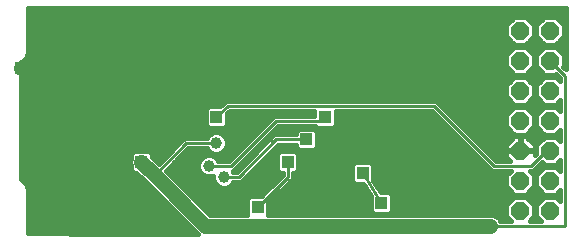
<source format=gbl>
G75*
G70*
%OFA0B0*%
%FSLAX24Y24*%
%IPPOS*%
%LPD*%
%AMOC8*
5,1,8,0,0,1.08239X$1,22.5*
%
%ADD10OC8,0.0600*%
%ADD11R,0.0396X0.0396*%
%ADD12C,0.0500*%
%ADD13C,0.0100*%
%ADD14C,0.0396*%
%ADD15C,0.0160*%
D10*
X021232Y001353D03*
X022232Y001353D03*
X022232Y002353D03*
X021232Y002353D03*
X021232Y003353D03*
X022232Y003353D03*
X022232Y004353D03*
X021232Y004353D03*
X021232Y005353D03*
X022232Y005353D03*
X022232Y006353D03*
X021232Y006353D03*
X021232Y007353D03*
X022232Y007353D03*
D11*
X014732Y004478D03*
X014107Y003728D03*
X013482Y002978D03*
X015982Y002603D03*
X016607Y001603D03*
X012482Y001478D03*
X009107Y001353D03*
X006482Y002853D03*
X008607Y002978D03*
X009357Y003728D03*
X011107Y004478D03*
X010857Y006728D03*
X004607Y006103D03*
D12*
X005232Y006103D01*
X005357Y006228D01*
X008607Y002978D02*
X009045Y002540D01*
X010732Y000853D01*
X011232Y000853D01*
X019982Y000853D01*
X020232Y000853D01*
D13*
X019982Y000853D02*
X022732Y000853D01*
X022732Y005853D01*
X022232Y006353D01*
X020357Y002853D02*
X018357Y004853D01*
X011482Y004853D01*
X011107Y004478D01*
X011607Y002853D02*
X013107Y004353D01*
X014607Y004353D01*
X014732Y004478D01*
X014107Y003728D02*
X013107Y003728D01*
X011857Y002478D01*
X011357Y002478D01*
X011607Y002853D02*
X010857Y002853D01*
X010107Y003603D02*
X009045Y002540D01*
X006607Y002853D02*
X006482Y002853D01*
X006482Y003728D01*
X009357Y003728D01*
X010107Y003603D02*
X011107Y003603D01*
X013482Y002978D02*
X013482Y002478D01*
X012482Y001478D01*
X011232Y000853D02*
X011107Y000978D01*
X015982Y002603D02*
X016607Y001603D01*
X020357Y002853D02*
X021607Y002853D01*
X022107Y003353D01*
X022232Y003353D01*
X010857Y006728D02*
X005232Y006728D01*
X004607Y006103D01*
D14*
X011107Y003603D03*
X010857Y002853D03*
X011357Y002478D03*
D15*
X004837Y002073D02*
X004837Y000601D01*
X007573Y000583D01*
X010479Y000583D01*
X010419Y000643D01*
X008731Y002331D01*
X008442Y002620D01*
X008343Y002620D01*
X008249Y002714D01*
X008249Y002876D01*
X008237Y002904D01*
X008237Y003051D01*
X008249Y003080D01*
X008249Y003242D01*
X008343Y003336D01*
X008505Y003336D01*
X008534Y003348D01*
X008681Y003348D01*
X008710Y003336D01*
X008872Y003336D01*
X008965Y003242D01*
X008965Y003143D01*
X009186Y002922D01*
X010037Y003773D01*
X010178Y003773D01*
X010790Y003773D01*
X010804Y003806D01*
X010905Y003906D01*
X011036Y003961D01*
X011179Y003961D01*
X011310Y003906D01*
X011411Y003806D01*
X011465Y003674D01*
X011465Y003532D01*
X011411Y003400D01*
X011310Y003299D01*
X011179Y003245D01*
X011036Y003245D01*
X010905Y003299D01*
X010804Y003400D01*
X010790Y003433D01*
X010178Y003433D01*
X009427Y002682D01*
X010886Y001223D01*
X011159Y001223D01*
X012124Y001223D01*
X012124Y001742D01*
X012218Y001836D01*
X012600Y001836D01*
X013312Y002548D01*
X013312Y002620D01*
X013218Y002620D01*
X013124Y002714D01*
X013124Y003242D01*
X013218Y003336D01*
X013747Y003336D01*
X013840Y003242D01*
X013840Y002714D01*
X013747Y002620D01*
X013652Y002620D01*
X013652Y002548D01*
X013652Y002407D01*
X012840Y001596D01*
X012840Y001223D01*
X019909Y001223D01*
X020306Y001223D01*
X020442Y001167D01*
X020546Y001062D01*
X020562Y001023D01*
X020912Y001023D01*
X020772Y001162D01*
X020772Y001543D01*
X021042Y001813D01*
X021423Y001813D01*
X021692Y001543D01*
X021692Y001162D01*
X021553Y001023D01*
X021912Y001023D01*
X021772Y001162D01*
X021772Y001543D01*
X022042Y001813D01*
X022423Y001813D01*
X022562Y001673D01*
X022562Y002032D01*
X022423Y001893D01*
X022042Y001893D01*
X021772Y002162D01*
X021772Y002543D01*
X022042Y002813D01*
X022423Y002813D01*
X022562Y002673D01*
X022562Y003032D01*
X022423Y002893D01*
X022042Y002893D01*
X021965Y002970D01*
X021678Y002683D01*
X021553Y002683D01*
X021692Y002543D01*
X021692Y002162D01*
X021423Y001893D01*
X021042Y001893D01*
X020772Y002162D01*
X020772Y002543D01*
X020912Y002683D01*
X020287Y002683D01*
X020187Y002782D01*
X018287Y004683D01*
X015090Y004683D01*
X015090Y004214D01*
X014997Y004120D01*
X014468Y004120D01*
X014405Y004183D01*
X013178Y004183D01*
X011678Y002683D01*
X011659Y002683D01*
X011661Y002681D01*
X011675Y002648D01*
X011787Y002648D01*
X012937Y003798D01*
X013037Y003898D01*
X013749Y003898D01*
X013749Y003992D01*
X013843Y004086D01*
X014372Y004086D01*
X014465Y003992D01*
X014465Y003464D01*
X014372Y003370D01*
X013843Y003370D01*
X013749Y003464D01*
X013749Y003558D01*
X013178Y003558D01*
X011928Y002308D01*
X011787Y002308D01*
X011675Y002308D01*
X011661Y002275D01*
X011560Y002174D01*
X011429Y002120D01*
X011286Y002120D01*
X011155Y002174D01*
X011054Y002275D01*
X010999Y002407D01*
X010999Y002524D01*
X010929Y002495D01*
X010786Y002495D01*
X010655Y002549D01*
X010554Y002650D01*
X010499Y002782D01*
X010499Y002924D01*
X010554Y003056D01*
X010655Y003156D01*
X010786Y003211D01*
X010929Y003211D01*
X011060Y003156D01*
X011161Y003056D01*
X011175Y003023D01*
X011537Y003023D01*
X012937Y004423D01*
X013037Y004523D01*
X014374Y004523D01*
X014374Y004683D01*
X011553Y004683D01*
X011465Y004596D01*
X011465Y004214D01*
X011372Y004120D01*
X010843Y004120D01*
X010749Y004214D01*
X010749Y004742D01*
X010843Y004836D01*
X011225Y004836D01*
X011312Y004923D01*
X011412Y005023D01*
X018287Y005023D01*
X018428Y005023D01*
X020428Y003023D01*
X020884Y003023D01*
X020752Y003154D01*
X020752Y003333D01*
X021212Y003333D01*
X021212Y003373D01*
X020752Y003373D01*
X020752Y003552D01*
X021034Y003833D01*
X021212Y003833D01*
X021212Y003373D01*
X021252Y003373D01*
X021252Y003833D01*
X021431Y003833D01*
X021712Y003552D01*
X021712Y003373D01*
X021253Y003373D01*
X021253Y003333D01*
X021712Y003333D01*
X021712Y003198D01*
X021772Y003258D01*
X021772Y003543D01*
X022042Y003813D01*
X022423Y003813D01*
X022562Y003673D01*
X022562Y004032D01*
X022423Y003893D01*
X022042Y003893D01*
X021772Y004162D01*
X021772Y004543D01*
X022042Y004813D01*
X022423Y004813D01*
X022562Y004673D01*
X022562Y005032D01*
X022423Y004893D01*
X022042Y004893D01*
X021772Y005162D01*
X021772Y005543D01*
X022042Y005813D01*
X022423Y005813D01*
X022562Y005673D01*
X022562Y005782D01*
X022437Y005907D01*
X022423Y005893D01*
X022042Y005893D01*
X021772Y006162D01*
X021772Y006543D01*
X022042Y006813D01*
X022423Y006813D01*
X022692Y006543D01*
X022692Y006162D01*
X022678Y006148D01*
X022747Y006078D01*
X022747Y008123D01*
X004837Y008123D01*
X004837Y006823D01*
X004837Y006632D01*
X004764Y006456D01*
X004629Y006321D01*
X004607Y006312D01*
X004607Y002394D01*
X004629Y002385D01*
X004764Y002250D01*
X004837Y002073D01*
X004837Y002012D02*
X009050Y002012D01*
X008891Y002171D02*
X004797Y002171D01*
X004685Y002329D02*
X008733Y002329D01*
X008574Y002488D02*
X004607Y002488D01*
X004607Y002646D02*
X008317Y002646D01*
X008249Y002805D02*
X004607Y002805D01*
X004607Y002963D02*
X008237Y002963D01*
X008249Y003122D02*
X004607Y003122D01*
X004607Y003280D02*
X008287Y003280D01*
X008927Y003280D02*
X009544Y003280D01*
X009386Y003122D02*
X008987Y003122D01*
X009145Y002963D02*
X009227Y002963D01*
X009550Y002805D02*
X010499Y002805D01*
X010516Y002963D02*
X009708Y002963D01*
X009867Y003122D02*
X010620Y003122D01*
X010950Y003280D02*
X010025Y003280D01*
X009703Y003439D02*
X004607Y003439D01*
X004607Y003597D02*
X009862Y003597D01*
X010020Y003756D02*
X004607Y003756D01*
X004607Y003915D02*
X010924Y003915D01*
X011291Y003915D02*
X012429Y003915D01*
X012270Y003756D02*
X011432Y003756D01*
X011465Y003597D02*
X012112Y003597D01*
X011953Y003439D02*
X011427Y003439D01*
X011264Y003280D02*
X011794Y003280D01*
X011636Y003122D02*
X011095Y003122D01*
X011800Y002805D02*
X011944Y002805D01*
X011958Y002963D02*
X012102Y002963D01*
X012117Y003122D02*
X012261Y003122D01*
X012275Y003280D02*
X012419Y003280D01*
X012434Y003439D02*
X012578Y003439D01*
X012592Y003597D02*
X012737Y003597D01*
X012751Y003756D02*
X012895Y003756D01*
X012909Y003915D02*
X013749Y003915D01*
X013830Y004073D02*
X013068Y004073D01*
X012746Y004232D02*
X011465Y004232D01*
X011465Y004390D02*
X012904Y004390D01*
X012587Y004073D02*
X004607Y004073D01*
X004607Y004232D02*
X010749Y004232D01*
X010749Y004390D02*
X004607Y004390D01*
X004607Y004549D02*
X010749Y004549D01*
X010749Y004707D02*
X004607Y004707D01*
X004607Y004866D02*
X011255Y004866D01*
X011465Y004549D02*
X014374Y004549D01*
X015090Y004549D02*
X018421Y004549D01*
X018580Y004390D02*
X015090Y004390D01*
X015090Y004232D02*
X018738Y004232D01*
X018897Y004073D02*
X014385Y004073D01*
X014465Y003915D02*
X019055Y003915D01*
X019214Y003756D02*
X014465Y003756D01*
X014465Y003597D02*
X019372Y003597D01*
X019531Y003439D02*
X014441Y003439D01*
X013802Y003280D02*
X019690Y003280D01*
X019848Y003122D02*
X013840Y003122D01*
X013840Y002963D02*
X020007Y002963D01*
X020329Y003122D02*
X020785Y003122D01*
X020752Y003280D02*
X020170Y003280D01*
X020012Y003439D02*
X020752Y003439D01*
X020798Y003597D02*
X019853Y003597D01*
X019695Y003756D02*
X020957Y003756D01*
X021042Y003893D02*
X021423Y003893D01*
X021692Y004162D01*
X021692Y004543D01*
X021423Y004813D01*
X021042Y004813D01*
X020772Y004543D01*
X020772Y004162D01*
X021042Y003893D01*
X021020Y003915D02*
X019536Y003915D01*
X019378Y004073D02*
X020862Y004073D01*
X020772Y004232D02*
X019219Y004232D01*
X019061Y004390D02*
X020772Y004390D01*
X020778Y004549D02*
X018902Y004549D01*
X018743Y004707D02*
X020936Y004707D01*
X021042Y004893D02*
X021423Y004893D01*
X021692Y005162D01*
X021692Y005543D01*
X021423Y005813D01*
X021042Y005813D01*
X020772Y005543D01*
X020772Y005162D01*
X021042Y004893D01*
X020910Y005024D02*
X004607Y005024D01*
X004607Y005183D02*
X020772Y005183D01*
X020772Y005341D02*
X004607Y005341D01*
X004607Y005500D02*
X020772Y005500D01*
X020887Y005659D02*
X004607Y005659D01*
X004607Y005817D02*
X022528Y005817D01*
X021959Y005976D02*
X021506Y005976D01*
X021423Y005893D02*
X021692Y006162D01*
X021692Y006543D01*
X021423Y006813D01*
X021042Y006813D01*
X020772Y006543D01*
X020772Y006162D01*
X021042Y005893D01*
X021423Y005893D01*
X021577Y005659D02*
X021887Y005659D01*
X021772Y005500D02*
X021692Y005500D01*
X021692Y005341D02*
X021772Y005341D01*
X021772Y005183D02*
X021692Y005183D01*
X021554Y005024D02*
X021910Y005024D01*
X021936Y004707D02*
X021529Y004707D01*
X021687Y004549D02*
X021778Y004549D01*
X021772Y004390D02*
X021692Y004390D01*
X021692Y004232D02*
X021772Y004232D01*
X021862Y004073D02*
X021603Y004073D01*
X021445Y003915D02*
X022020Y003915D01*
X021985Y003756D02*
X021508Y003756D01*
X021252Y003756D02*
X021212Y003756D01*
X021212Y003597D02*
X021252Y003597D01*
X021252Y003439D02*
X021212Y003439D01*
X021667Y003597D02*
X021826Y003597D01*
X021772Y003439D02*
X021712Y003439D01*
X021712Y003280D02*
X021772Y003280D01*
X021958Y002963D02*
X021971Y002963D01*
X022034Y002805D02*
X021800Y002805D01*
X021875Y002646D02*
X021590Y002646D01*
X021692Y002488D02*
X021772Y002488D01*
X021772Y002329D02*
X021692Y002329D01*
X021692Y002171D02*
X021772Y002171D01*
X021923Y002012D02*
X021542Y002012D01*
X020923Y002012D02*
X016552Y002012D01*
X016584Y001961D02*
X016340Y002351D01*
X016340Y002867D01*
X016247Y002961D01*
X015718Y002961D01*
X015624Y002867D01*
X015624Y002339D01*
X015718Y002245D01*
X016006Y002245D01*
X016249Y001855D01*
X016249Y001339D01*
X016343Y001245D01*
X016872Y001245D01*
X016965Y001339D01*
X016965Y001867D01*
X016872Y001961D01*
X016584Y001961D01*
X016965Y001853D02*
X022562Y001853D01*
X022562Y001695D02*
X022541Y001695D01*
X021924Y001695D02*
X021541Y001695D01*
X021692Y001536D02*
X021772Y001536D01*
X021772Y001378D02*
X021692Y001378D01*
X021692Y001219D02*
X021772Y001219D01*
X021874Y001061D02*
X021591Y001061D01*
X020874Y001061D02*
X020547Y001061D01*
X020772Y001219D02*
X020315Y001219D01*
X020772Y001378D02*
X016965Y001378D01*
X016965Y001536D02*
X020772Y001536D01*
X020924Y001695D02*
X016965Y001695D01*
X016249Y001695D02*
X012940Y001695D01*
X012840Y001536D02*
X016249Y001536D01*
X016249Y001378D02*
X012840Y001378D01*
X012124Y001378D02*
X010731Y001378D01*
X010572Y001536D02*
X012124Y001536D01*
X012124Y001695D02*
X010414Y001695D01*
X010255Y001853D02*
X012618Y001853D01*
X012776Y002012D02*
X010096Y002012D01*
X009938Y002171D02*
X011164Y002171D01*
X011551Y002171D02*
X012935Y002171D01*
X013093Y002329D02*
X011949Y002329D01*
X012108Y002488D02*
X013252Y002488D01*
X013652Y002488D02*
X015624Y002488D01*
X015624Y002646D02*
X013773Y002646D01*
X013840Y002805D02*
X015624Y002805D01*
X016340Y002805D02*
X020165Y002805D01*
X020875Y002646D02*
X016340Y002646D01*
X016340Y002488D02*
X020772Y002488D01*
X020772Y002329D02*
X016354Y002329D01*
X016453Y002171D02*
X020772Y002171D01*
X022431Y002805D02*
X022562Y002805D01*
X022562Y002963D02*
X022493Y002963D01*
X022480Y003756D02*
X022562Y003756D01*
X022562Y003915D02*
X022444Y003915D01*
X022529Y004707D02*
X022562Y004707D01*
X022562Y004866D02*
X018585Y004866D01*
X020959Y005976D02*
X004607Y005976D01*
X004607Y006134D02*
X020801Y006134D01*
X020772Y006293D02*
X004607Y006293D01*
X004760Y006451D02*
X020772Y006451D01*
X020839Y006610D02*
X004828Y006610D01*
X004837Y006768D02*
X020997Y006768D01*
X021042Y006893D02*
X021423Y006893D01*
X021692Y007162D01*
X021692Y007543D01*
X021423Y007813D01*
X021042Y007813D01*
X020772Y007543D01*
X020772Y007162D01*
X021042Y006893D01*
X021008Y006927D02*
X004837Y006927D01*
X004837Y007085D02*
X020849Y007085D01*
X020772Y007244D02*
X004837Y007244D01*
X004837Y007402D02*
X020772Y007402D01*
X020790Y007561D02*
X004837Y007561D01*
X004837Y007720D02*
X020949Y007720D01*
X021516Y007720D02*
X021949Y007720D01*
X022042Y007813D02*
X021772Y007543D01*
X021772Y007162D01*
X022042Y006893D01*
X022423Y006893D01*
X022692Y007162D01*
X022692Y007543D01*
X022423Y007813D01*
X022042Y007813D01*
X022516Y007720D02*
X022747Y007720D01*
X022747Y007878D02*
X004837Y007878D01*
X004837Y008037D02*
X022747Y008037D01*
X022747Y007561D02*
X022675Y007561D01*
X022692Y007402D02*
X022747Y007402D01*
X022747Y007244D02*
X022692Y007244D01*
X022747Y007085D02*
X022615Y007085D01*
X022747Y006927D02*
X022457Y006927D01*
X022008Y006927D02*
X021457Y006927D01*
X021467Y006768D02*
X021997Y006768D01*
X021839Y006610D02*
X021626Y006610D01*
X021692Y006451D02*
X021772Y006451D01*
X021772Y006293D02*
X021692Y006293D01*
X021664Y006134D02*
X021801Y006134D01*
X022691Y006134D02*
X022747Y006134D01*
X022747Y006293D02*
X022692Y006293D01*
X022692Y006451D02*
X022747Y006451D01*
X022747Y006610D02*
X022626Y006610D01*
X022747Y006768D02*
X022467Y006768D01*
X021849Y007085D02*
X021615Y007085D01*
X021692Y007244D02*
X021772Y007244D01*
X021772Y007402D02*
X021692Y007402D01*
X021675Y007561D02*
X021790Y007561D01*
X022554Y005024D02*
X022562Y005024D01*
X015634Y002329D02*
X013574Y002329D01*
X013415Y002171D02*
X016052Y002171D01*
X016151Y002012D02*
X013257Y002012D01*
X013098Y001853D02*
X016249Y001853D01*
X013192Y002646D02*
X012266Y002646D01*
X012425Y002805D02*
X013124Y002805D01*
X013124Y002963D02*
X012583Y002963D01*
X012742Y003122D02*
X013124Y003122D01*
X013162Y003280D02*
X012900Y003280D01*
X013059Y003439D02*
X013774Y003439D01*
X010999Y002488D02*
X009621Y002488D01*
X009462Y002646D02*
X010558Y002646D01*
X011031Y002329D02*
X009779Y002329D01*
X009209Y001853D02*
X004837Y001853D01*
X004837Y001695D02*
X009367Y001695D01*
X009526Y001536D02*
X004837Y001536D01*
X004837Y001378D02*
X009684Y001378D01*
X009843Y001219D02*
X004837Y001219D01*
X004837Y001061D02*
X010001Y001061D01*
X010160Y000902D02*
X004837Y000902D01*
X004837Y000744D02*
X010318Y000744D01*
X010477Y000585D02*
X007241Y000585D01*
X022542Y002012D02*
X022562Y002012D01*
M02*

</source>
